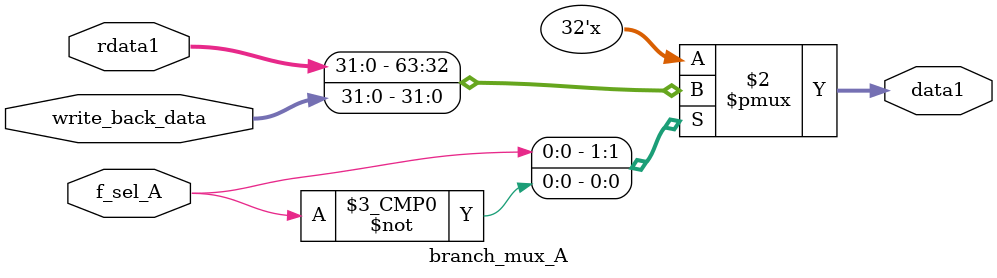
<source format=sv>
module branch_mux_A(
    input logic [31:0] write_back_data,
    input logic [31:0] rdata1,
    input logic f_sel_A,
    output logic [31:0] data1
);
always_comb begin
    case (f_sel_A)
        1'b1: data1 = rdata1;
        1'b0: data1 = write_back_data;
    endcase
    
end

endmodule
</source>
